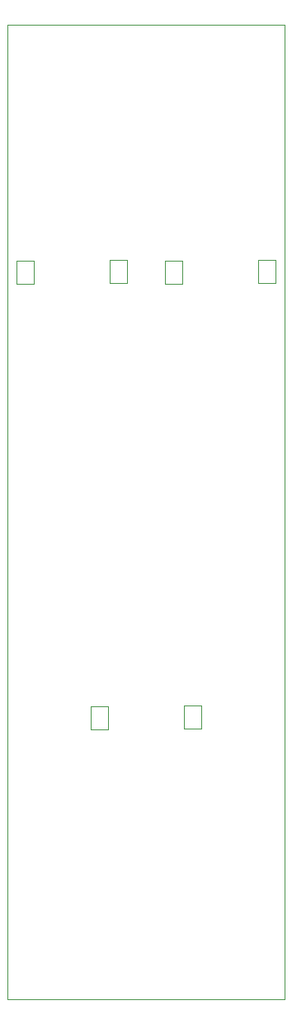
<source format=gbr>
%TF.GenerationSoftware,KiCad,Pcbnew,(6.0.8)*%
%TF.CreationDate,2022-11-09T21:57:33+00:00*%
%TF.ProjectId,kompari,6b6f6d70-6172-4692-9e6b-696361645f70,rev?*%
%TF.SameCoordinates,Original*%
%TF.FileFunction,Profile,NP*%
%FSLAX46Y46*%
G04 Gerber Fmt 4.6, Leading zero omitted, Abs format (unit mm)*
G04 Created by KiCad (PCBNEW (6.0.8)) date 2022-11-09 21:57:33*
%MOMM*%
%LPD*%
G01*
G04 APERTURE LIST*
%TA.AperFunction,Profile*%
%ADD10C,0.100000*%
%TD*%
%TA.AperFunction,Profile*%
%ADD11C,0.120000*%
%TD*%
G04 APERTURE END LIST*
D10*
X1016000Y0D02*
X29464000Y0D01*
X29464000Y0D02*
X29464000Y-100000000D01*
X29464000Y-100000000D02*
X1016000Y-100000000D01*
X1016000Y-100000000D02*
X1016000Y0D01*
D11*
%TO.C,P2*%
X17160000Y-26585000D02*
X18960000Y-26585000D01*
X18960000Y-26585000D02*
X18960000Y-24215000D01*
X18960000Y-24215000D02*
X17160000Y-24215000D01*
X17160000Y-24215000D02*
X17160000Y-26585000D01*
X26760000Y-26535000D02*
X28560000Y-26535000D01*
X28560000Y-26535000D02*
X28560000Y-24165000D01*
X28560000Y-24165000D02*
X26760000Y-24165000D01*
X26760000Y-24165000D02*
X26760000Y-26535000D01*
%TO.C,P1*%
X1920000Y-26585000D02*
X3720000Y-26585000D01*
X3720000Y-26585000D02*
X3720000Y-24215000D01*
X3720000Y-24215000D02*
X1920000Y-24215000D01*
X1920000Y-24215000D02*
X1920000Y-26585000D01*
X11520000Y-26535000D02*
X13320000Y-26535000D01*
X13320000Y-26535000D02*
X13320000Y-24165000D01*
X13320000Y-24165000D02*
X11520000Y-24165000D01*
X11520000Y-24165000D02*
X11520000Y-26535000D01*
%TO.C,P3*%
X9540000Y-72305000D02*
X11340000Y-72305000D01*
X11340000Y-72305000D02*
X11340000Y-69935000D01*
X11340000Y-69935000D02*
X9540000Y-69935000D01*
X9540000Y-69935000D02*
X9540000Y-72305000D01*
X19140000Y-72255000D02*
X20940000Y-72255000D01*
X20940000Y-72255000D02*
X20940000Y-69885000D01*
X20940000Y-69885000D02*
X19140000Y-69885000D01*
X19140000Y-69885000D02*
X19140000Y-72255000D01*
%TD*%
M02*

</source>
